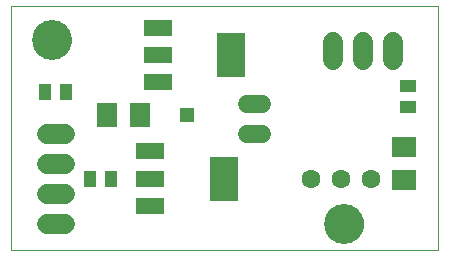
<source format=gts>
G75*
%MOIN*%
%OFA0B0*%
%FSLAX24Y24*%
%IPPOS*%
%LPD*%
%AMOC8*
5,1,8,0,0,1.08239X$1,22.5*
%
%ADD10C,0.0000*%
%ADD11C,0.1330*%
%ADD12C,0.0600*%
%ADD13R,0.0960X0.0560*%
%ADD14R,0.0946X0.1497*%
%ADD15C,0.0630*%
%ADD16C,0.0680*%
%ADD17R,0.0789X0.0710*%
%ADD18R,0.0552X0.0395*%
%ADD19R,0.0710X0.0789*%
%ADD20R,0.0395X0.0552*%
%ADD21R,0.0476X0.0476*%
D10*
X000100Y000318D02*
X000100Y008439D01*
X014345Y008439D01*
X014345Y000318D01*
X000100Y000318D01*
X010600Y001193D02*
X010602Y001243D01*
X010608Y001292D01*
X010618Y001341D01*
X010631Y001388D01*
X010649Y001435D01*
X010670Y001480D01*
X010694Y001523D01*
X010722Y001564D01*
X010753Y001603D01*
X010787Y001639D01*
X010824Y001673D01*
X010864Y001703D01*
X010905Y001730D01*
X010949Y001754D01*
X010994Y001774D01*
X011041Y001790D01*
X011089Y001803D01*
X011138Y001812D01*
X011188Y001817D01*
X011237Y001818D01*
X011287Y001815D01*
X011336Y001808D01*
X011385Y001797D01*
X011432Y001783D01*
X011478Y001764D01*
X011523Y001742D01*
X011566Y001717D01*
X011606Y001688D01*
X011644Y001656D01*
X011680Y001622D01*
X011713Y001584D01*
X011742Y001544D01*
X011768Y001502D01*
X011791Y001458D01*
X011810Y001412D01*
X011826Y001365D01*
X011838Y001316D01*
X011846Y001267D01*
X011850Y001218D01*
X011850Y001168D01*
X011846Y001119D01*
X011838Y001070D01*
X011826Y001021D01*
X011810Y000974D01*
X011791Y000928D01*
X011768Y000884D01*
X011742Y000842D01*
X011713Y000802D01*
X011680Y000764D01*
X011644Y000730D01*
X011606Y000698D01*
X011566Y000669D01*
X011523Y000644D01*
X011478Y000622D01*
X011432Y000603D01*
X011385Y000589D01*
X011336Y000578D01*
X011287Y000571D01*
X011237Y000568D01*
X011188Y000569D01*
X011138Y000574D01*
X011089Y000583D01*
X011041Y000596D01*
X010994Y000612D01*
X010949Y000632D01*
X010905Y000656D01*
X010864Y000683D01*
X010824Y000713D01*
X010787Y000747D01*
X010753Y000783D01*
X010722Y000822D01*
X010694Y000863D01*
X010670Y000906D01*
X010649Y000951D01*
X010631Y000998D01*
X010618Y001045D01*
X010608Y001094D01*
X010602Y001143D01*
X010600Y001193D01*
X000850Y007318D02*
X000852Y007368D01*
X000858Y007417D01*
X000868Y007466D01*
X000881Y007513D01*
X000899Y007560D01*
X000920Y007605D01*
X000944Y007648D01*
X000972Y007689D01*
X001003Y007728D01*
X001037Y007764D01*
X001074Y007798D01*
X001114Y007828D01*
X001155Y007855D01*
X001199Y007879D01*
X001244Y007899D01*
X001291Y007915D01*
X001339Y007928D01*
X001388Y007937D01*
X001438Y007942D01*
X001487Y007943D01*
X001537Y007940D01*
X001586Y007933D01*
X001635Y007922D01*
X001682Y007908D01*
X001728Y007889D01*
X001773Y007867D01*
X001816Y007842D01*
X001856Y007813D01*
X001894Y007781D01*
X001930Y007747D01*
X001963Y007709D01*
X001992Y007669D01*
X002018Y007627D01*
X002041Y007583D01*
X002060Y007537D01*
X002076Y007490D01*
X002088Y007441D01*
X002096Y007392D01*
X002100Y007343D01*
X002100Y007293D01*
X002096Y007244D01*
X002088Y007195D01*
X002076Y007146D01*
X002060Y007099D01*
X002041Y007053D01*
X002018Y007009D01*
X001992Y006967D01*
X001963Y006927D01*
X001930Y006889D01*
X001894Y006855D01*
X001856Y006823D01*
X001816Y006794D01*
X001773Y006769D01*
X001728Y006747D01*
X001682Y006728D01*
X001635Y006714D01*
X001586Y006703D01*
X001537Y006696D01*
X001487Y006693D01*
X001438Y006694D01*
X001388Y006699D01*
X001339Y006708D01*
X001291Y006721D01*
X001244Y006737D01*
X001199Y006757D01*
X001155Y006781D01*
X001114Y006808D01*
X001074Y006838D01*
X001037Y006872D01*
X001003Y006908D01*
X000972Y006947D01*
X000944Y006988D01*
X000920Y007031D01*
X000899Y007076D01*
X000881Y007123D01*
X000868Y007170D01*
X000858Y007219D01*
X000852Y007268D01*
X000850Y007318D01*
D11*
X001475Y007318D03*
X011225Y001193D03*
D12*
X008485Y004193D02*
X007965Y004193D01*
X007965Y005193D02*
X008485Y005193D01*
D13*
X005005Y005908D03*
X005005Y006818D03*
X005005Y007728D03*
X004755Y003603D03*
X004755Y002693D03*
X004755Y001783D03*
D14*
X007195Y002693D03*
X007445Y006818D03*
D15*
X010100Y002693D03*
X011100Y002693D03*
X012100Y002693D03*
D16*
X011850Y006643D02*
X011850Y007243D01*
X012850Y007243D02*
X012850Y006643D01*
X010850Y006643D02*
X010850Y007243D01*
X001900Y004193D02*
X001300Y004193D01*
X001300Y003193D02*
X001900Y003193D01*
X001900Y002193D02*
X001300Y002193D01*
X001300Y001193D02*
X001900Y001193D01*
D17*
X013225Y002642D03*
X013225Y003744D03*
D18*
X013350Y005089D03*
X013350Y005797D03*
D19*
X004401Y004818D03*
X003299Y004818D03*
D20*
X001954Y005568D03*
X001246Y005568D03*
X002746Y002693D03*
X003454Y002693D03*
D21*
X005975Y004818D03*
M02*

</source>
